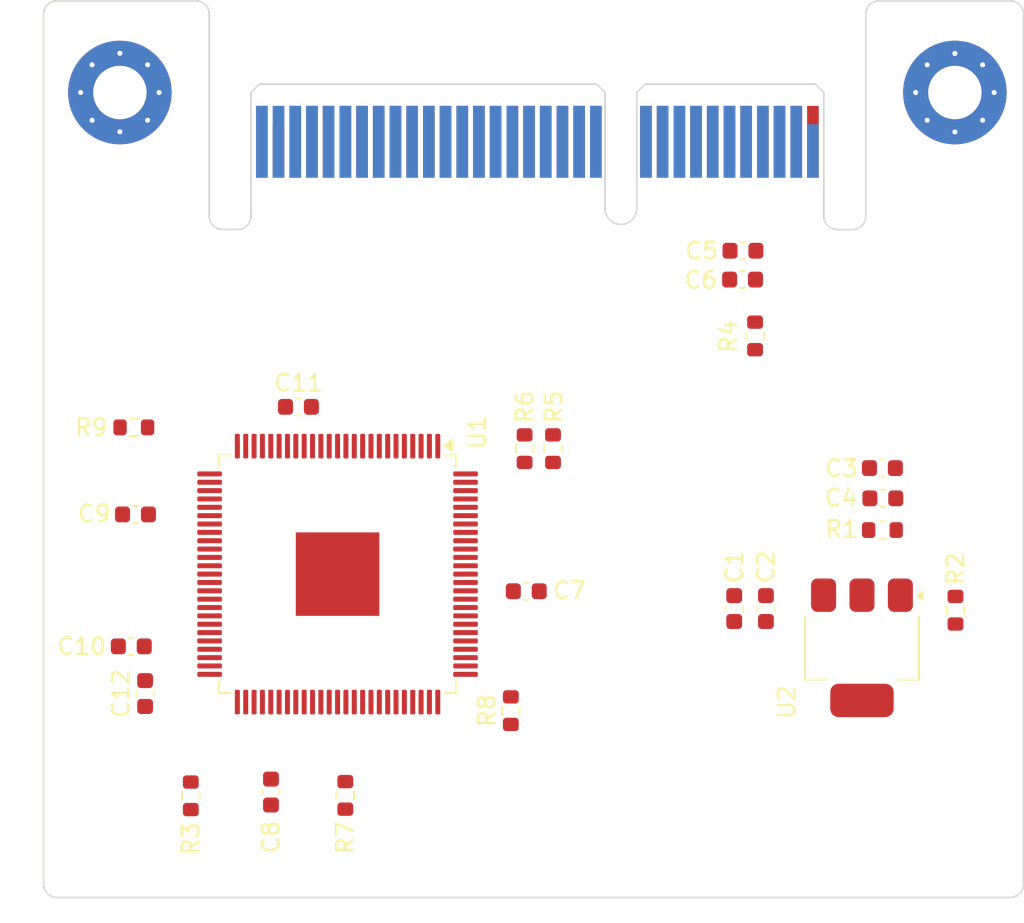
<source format=kicad_pcb>
(kicad_pcb (version 20240108) (generator "pcbnew") (generator_version "8.0")
  (layers (0 "F.Cu" signal) (31 "B.Cu" signal) (34 "B.Paste" user) (35 "F.Paste" user) (36 "B.SilkS" user "B.Silkscreen") (37 "F.SilkS" user "F.Silkscreen") (38 "B.Mask" user) (39 "F.Mask" user) (44 "Edge.Cuts" user))
  (net 0 "")
  (net 1 "+3V3")
  (net 2 "GND")
  (net 3 "+1V5")
  (net 4 "/FILT_HP")
  (net 5 "Net-(U1-VC_AP0)")
  (net 6 "Net-(U1-VC_AP1)")
  (net 8 "/TMS")
  (net 16 "/LED2")
  (net 17 "/HWCFG5")
  (net 18 "/TCK")
  (net 22 "/RX")
  (net 24 "/RST")
  (net 25 "/CLKIN")
  (net 28 "/TDI")
  (net 30 "/LED1")
  (net 35 "/HWCFG4")
  (net 36 "/GPIO3")
  (net 42 "/TX")
  (net 43 "/VCORE")
  (net 45 "/TDO")
  (net 46 "/GPIO4")
  (net 47 "/LED3")
  (net 51 "/TRST")
  (net 52 "Net-(U2-ADJ{slash}GND)")
  (net 53 "/CLKPIN")
  (net 54 "Net-(U1-P20.2{slash}~{TESTMODE})")
  (footprint "tutorial_2_library:CW312_Template" (layer "F.Cu") (at 110.865 64.75)
    (property "Reference" "P1" (hide yes))
    (property "Value" "PCIEx4 EDGE CONNECTOR")
    (fp_line (start -4.57 -4.69) (end -4.57 47.4) (stroke (width 0.1)) (layer "Edge.Cuts"))
    (fp_line (start 4.55 -5.49) (end -3.77 -5.49) (stroke (width 0.1)) (layer "Edge.Cuts"))
    (fp_line (start 5.35 7.4) (end 5.35 -4.69) (stroke (width 0.1)) (layer "Edge.Cuts"))
    (fp_line (start 7.05 8.2) (end 6.15 8.2) (stroke (width 0.1)) (layer "Edge.Cuts"))
    (fp_line (start 7.85 0) (end 8.35 -0.5) (stroke (width 0.1)) (layer "Edge.Cuts"))
    (fp_line (start 7.85 7.4) (end 7.85 0) (stroke (width 0.1)) (layer "Edge.Cuts"))
    (fp_line (start 28.55 -0.5) (end 8.35 -0.5) (stroke (width 0.1)) (layer "Edge.Cuts"))
    (fp_line (start 29.05 0) (end 28.55 -0.5) (stroke (width 0.1)) (layer "Edge.Cuts"))
    (fp_line (start 29.05 6.95) (end 29.05 0) (stroke (width 0.1)) (layer "Edge.Cuts"))
    (fp_line (start 30.95 0) (end 31.45 -0.5) (stroke (width 0.1)) (layer "Edge.Cuts"))
    (fp_line (start 30.95 6.95) (end 30.95 0) (stroke (width 0.1)) (layer "Edge.Cuts"))
    (fp_line (start 41.65 -0.5) (end 31.45 -0.5) (stroke (width 0.1)) (layer "Edge.Cuts"))
    (fp_line (start 42.15 0) (end 41.65 -0.5) (stroke (width 0.1)) (layer "Edge.Cuts"))
    (fp_line (start 42.15 7.41) (end 42.15 0) (stroke (width 0.1)) (layer "Edge.Cuts"))
    (fp_line (start 42.95 8.21) (end 43.86 8.21) (stroke (width 0.1)) (layer "Edge.Cuts"))
    (fp_line (start 44.66 7.41) (end 44.66 -4.69) (stroke (width 0.1)) (layer "Edge.Cuts"))
    (fp_line (start 45.46 -5.49) (end 53.31 -5.49) (stroke (width 0.1)) (layer "Edge.Cuts"))
    (fp_line (start 53.31 48.2) (end -3.77 48.2) (stroke (width 0.1)) (layer "Edge.Cuts"))
    (fp_line (start 54.11 -4.69) (end 54.11 47.4) (stroke (width 0.1)) (layer "Edge.Cuts"))
    (fp_arc (start -4.57 -4.69) (mid -4.335685 -5.255685) (end -3.77 -5.49) (stroke (width 0.1)) (layer "Edge.Cuts"))
    (fp_arc (start -3.77 48.2) (mid -4.335685 47.965685) (end -4.57 47.4) (stroke (width 0.1)) (layer "Edge.Cuts"))
    (fp_arc (start 4.55 -5.49) (mid 5.115685 -5.255685) (end 5.35 -4.69) (stroke (width 0.1)) (layer "Edge.Cuts"))
    (fp_arc (start 6.15 8.2) (mid 5.584315 7.965685) (end 5.35 7.4) (stroke (width 0.1)) (layer "Edge.Cuts"))
    (fp_arc (start 7.85 7.4) (mid 7.615685 7.965685) (end 7.05 8.2) (stroke (width 0.1)) (layer "Edge.Cuts"))
    (fp_arc (start 30.95 6.95) (mid 30 7.9) (end 29.05 6.95) (stroke (width 0.1)) (layer "Edge.Cuts"))
    (fp_arc (start 42.95 8.21) (mid 42.384315 7.975685) (end 42.15 7.41) (stroke (width 0.1)) (layer "Edge.Cuts"))
    (fp_arc (start 44.66 -4.69) (mid 44.894315 -5.255685) (end 45.46 -5.49) (stroke (width 0.1)) (layer "Edge.Cuts"))
    (fp_arc (start 44.66 7.41) (mid 44.425685 7.975685) (end 43.86 8.21) (stroke (width 0.1)) (layer "Edge.Cuts"))
    (fp_arc (start 53.31 -5.49) (mid 53.875685 -5.255685) (end 54.11 -4.69) (stroke (width 0.1)) (layer "Edge.Cuts"))
    (fp_arc (start 54.11 47.4) (mid 53.875685 47.965685) (end 53.31 48.2) (stroke (width 0.1)) (layer "Edge.Cuts"))
    (pad "A1" connect rect (at 41.5 3.5 180) (size 0.7 3.2) (layers "B.Cu" "B.Mask") (net 2 "GND"))
    (pad "A2" connect rect (at 40.5 2.95 180) (size 0.7 4.3) (layers "B.Cu" "B.Mask") (net 2 "GND"))
    (pad "A3" connect rect (at 39.5 2.95 180) (size 0.7 4.3) (layers "B.Cu" "B.Mask") (net 4 "/FILT_HP"))
    (pad "A4" connect rect (at 38.5 2.95 180) (size 0.7 4.3) (layers "B.Cu" "B.Mask"))
    (pad "A5" connect rect (at 37.5 2.95 180) (size 0.7 4.3) (layers "B.Cu" "B.Mask") (net 1 "+3V3"))
    (pad "A6" connect rect (at 36.5 2.95 180) (size 0.7 4.3) (layers "B.Cu" "B.Mask"))
    (pad "A7" connect rect (at 35.5 2.95 180) (size 0.7 4.3) (layers "B.Cu" "B.Mask"))
    (pad "A8" connect rect (at 34.5 2.95 180) (size 0.7 4.3) (layers "B.Cu" "B.Mask") (net 2 "GND"))
    (pad "A9" connect rect (at 33.5 2.95 180) (size 0.7 4.3) (layers "B.Cu" "B.Mask"))
    (pad "A10" connect rect (at 32.5 2.95 180) (size 0.7 4.3) (layers "B.Cu" "B.Mask"))
    (pad "A11" connect rect (at 31.5 2.95 180) (size 0.7 4.3) (layers "B.Cu" "B.Mask"))
    (pad "A12" connect rect (at 28.5 2.95 180) (size 0.7 4.3) (layers "B.Cu" "B.Mask") (net 35 "/HWCFG4"))
    (pad "A13" connect rect (at 27.5 2.95 180) (size 0.7 4.3) (layers "B.Cu" "B.Mask") (net 17 "/HWCFG5"))
    (pad "A14" connect rect (at 26.5 2.95 180) (size 0.7 4.3) (layers "B.Cu" "B.Mask"))
    (pad "A15" connect rect (at 25.5 2.95 180) (size 0.7 4.3) (layers "B.Cu" "B.Mask"))
    (pad "A16" connect rect (at 24.5 2.95 180) (size 0.7 4.3) (layers "B.Cu" "B.Mask"))
    (pad "A17" connect rect (at 23.5 2.95 180) (size 0.7 4.3) (layers "B.Cu" "B.Mask"))
    (pad "A18" connect rect (at 22.5 2.95 180) (size 0.7 4.3) (layers "B.Cu" "B.Mask"))
    (pad "A19" connect rect (at 21.5 2.95 180) (size 0.7 4.3) (layers "B.Cu" "B.Mask"))
    (pad "A20" connect rect (at 20.5 2.95 180) (size 0.7 4.3) (layers "B.Cu" "B.Mask") (net 2 "GND"))
    (pad "A21" connect rect (at 19.5 2.95 180) (size 0.7 4.3) (layers "B.Cu" "B.Mask"))
    (pad "A22" connect rect (at 18.5 2.95 180) (size 0.7 4.3) (layers "B.Cu" "B.Mask"))
    (pad "A23" connect rect (at 17.5 2.95 180) (size 0.7 4.3) (layers "B.Cu" "B.Mask"))
    (pad "A24" connect rect (at 16.5 2.95 180) (size 0.7 4.3) (layers "B.Cu" "B.Mask"))
    (pad "A25" connect rect (at 15.5 2.95 180) (size 0.7 4.3) (layers "B.Cu" "B.Mask"))
    (pad "A26" connect rect (at 14.5 2.95 180) (size 0.7 4.3) (layers "B.Cu" "B.Mask") (net 1 "+3V3"))
    (pad "A27" connect rect (at 13.5 2.95 180) (size 0.7 4.3) (layers "B.Cu" "B.Mask") (net 2 "GND"))
    (pad "A28" connect rect (at 12.5 2.95 180) (size 0.7 4.3) (layers "B.Cu" "B.Mask") (net 2 "GND"))
    (pad "A29" connect rect (at 11.5 2.95 180) (size 0.7 4.3) (layers "B.Cu" "B.Mask"))
    (pad "A30" connect rect (at 10.5 2.95 180) (size 0.7 4.3) (layers "B.Cu" "B.Mask"))
    (pad "A31" connect rect (at 9.5 2.95 180) (size 0.7 4.3) (layers "B.Cu" "B.Mask") (net 24 "/RST"))
    (pad "A32" connect rect (at 8.5 2.95 180) (size 0.7 4.3) (layers "B.Cu" "B.Mask") (net 51 "/TRST"))
    (pad "B1" connect rect (at 41.5 2.95 180) (size 0.7 4.3) (layers "F.Cu" "F.Mask") (net 43 "/VCORE"))
    (pad "B2" connect rect (at 40.5 2.95 180) (size 0.7 4.3) (layers "F.Cu" "F.Mask") (net 4 "/FILT_HP"))
    (pad "B3" connect rect (at 39.5 2.95 180) (size 0.7 4.3) (layers "F.Cu" "F.Mask") (net 2 "GND"))
    (pad "B4" connect rect (at 38.5 2.95 180) (size 0.7 4.3) (layers "F.Cu" "F.Mask") (net 4 "/FILT_HP"))
    (pad "B5" connect rect (at 37.5 2.95 180) (size 0.7 4.3) (layers "F.Cu" "F.Mask") (net 3 "+1V5"))
    (pad "B6" connect rect (at 36.5 2.95 180) (size 0.7 4.3) (layers "F.Cu" "F.Mask"))
    (pad "B7" connect rect (at 35.5 2.95 180) (size 0.7 4.3) (layers "F.Cu" "F.Mask"))
    (pad "B8" connect rect (at 34.5 2.95 180) (size 0.7 4.3) (layers "F.Cu" "F.Mask"))
    (pad "B9" connect rect (at 33.5 2.95 180) (size 0.7 4.3) (layers "F.Cu" "F.Mask") (net 2 "GND"))
    (pad "B10" connect rect (at 32.5 2.95 180) (size 0.7 4.3) (layers "F.Cu" "F.Mask") (net 1 "+3V3"))
    (pad "B11" connect rect (at 31.5 2.95 180) (size 0.7 4.3) (layers "F.Cu" "F.Mask") (net 30 "/LED1"))
    (pad "B12" connect rect (at 28.5 2.95 180) (size 0.7 4.3) (layers "F.Cu" "F.Mask") (net 16 "/LED2"))
    (pad "B13" connect rect (at 27.5 2.95 180) (size 0.7 4.3) (layers "F.Cu" "F.Mask") (net 47 "/LED3"))
    (pad "B14" connect rect (at 26.5 2.95 180) (size 0.7 4.3) (layers "F.Cu" "F.Mask") (net 24 "/RST"))
    (pad "B15" connect rect (at 25.5 2.95 180) (size 0.7 4.3) (layers "F.Cu" "F.Mask") (net 2 "GND"))
    (pad "B16" connect rect (at 24.5 2.95 180) (size 0.7 4.3) (layers "F.Cu" "F.Mask") (net 42 "/TX"))
    (pad "B17" connect rect (at 23.5 2.95 180) (size 0.7 4.3) (layers "F.Cu" "F.Mask") (net 22 "/RX"))
    (pad "B18" connect rect (at 22.5 2.95 180) (size 0.7 4.3) (layers "F.Cu" "F.Mask") (net 36 "/GPIO3"))
    (pad "B19" connect rect (at 21.5 2.95 180) (size 0.7 4.3) (layers "F.Cu" "F.Mask") (net 46 "/GPIO4"))
    (pad "B20" connect rect (at 20.5 2.95 180) (size 0.7 4.3) (layers "F.Cu" "F.Mask"))
    (pad "B21" connect rect (at 19.5 2.95 180) (size 0.7 4.3) (layers "F.Cu" "F.Mask") (net 2 "GND"))
    (pad "B22" connect rect (at 18.5 2.95 180) (size 0.7 4.3) (layers "F.Cu" "F.Mask") (net 2 "GND"))
    (pad "B23" connect rect (at 17.5 2.95 180) (size 0.7 4.3) (layers "F.Cu" "F.Mask"))
    (pad "B24" connect rect (at 16.5 2.95 180) (size 0.7 4.3) (layers "F.Cu" "F.Mask"))
    (pad "B25" connect rect (at 15.5 2.95 180) (size 0.7 4.3) (layers "F.Cu" "F.Mask"))
    (pad "B26" connect rect (at 14.5 2.95 180) (size 0.7 4.3) (layers "F.Cu" "F.Mask"))
    (pad "B27" connect rect (at 13.5 2.95 180) (size 0.7 4.3) (layers "F.Cu" "F.Mask"))
    (pad "B28" connect rect (at 12.5 2.95 180) (size 0.7 4.3) (layers "F.Cu" "F.Mask") (net 25 "/CLKIN"))
    (pad "B29" connect rect (at 11.5 2.95 180) (size 0.7 4.3) (layers "F.Cu" "F.Mask") (net 28 "/TDI"))
    (pad "B30" connect rect (at 10.5 2.95 180) (size 0.7 4.3) (layers "F.Cu" "F.Mask") (net 45 "/TDO"))
    (pad "B31" connect rect (at 9.5 3.5 180) (size 0.7 3.2) (layers "F.Cu" "F.Mask") (net 8 "/TMS"))
    (pad "B32" connect rect (at 8.5 2.95 180) (size 0.7 4.3) (layers "F.Cu" "F.Mask") (net 18 "/TCK"))
    (pad "MH" thru_hole circle (at -2.35 0) (size 1 1) (drill 0.3) (layers "*.Cu" "*.Mask"))
    (pad "MH" thru_hole circle (at -1.66 -1.66) (size 1 1) (drill 0.3) (layers "*.Cu" "*.Mask"))
    (pad "MH" thru_hole circle (at -1.66 1.66) (size 1 1) (drill 0.3) (layers "*.Cu" "*.Mask"))
    (pad "MH" thru_hole circle (at 0 -2.35) (size 1 1) (drill 0.3) (layers "*.Cu" "*.Mask"))
    (pad "MH" thru_hole circle (at 0 0) (size 6.2 6.2) (drill 3.2) (layers "*.Cu" "*.Mask"))
    (pad "MH" thru_hole circle (at 0 2.35) (size 1 1) (drill 0.3) (layers "*.Cu" "*.Mask"))
    (pad "MH" thru_hole circle (at 1.66 -1.66) (size 1 1) (drill 0.3) (layers "*.Cu" "*.Mask"))
    (pad "MH" thru_hole circle (at 1.66 1.66) (size 1 1) (drill 0.3) (layers "*.Cu" "*.Mask"))
    (pad "MH" thru_hole circle (at 2.35 0) (size 1 1) (drill 0.3) (layers "*.Cu" "*.Mask"))
    (pad "MH" thru_hole circle (at 47.65 0) (size 1 1) (drill 0.3) (layers "*.Cu" "*.Mask"))
    (pad "MH" thru_hole circle (at 48.34 -1.66) (size 1 1) (drill 0.3) (layers "*.Cu" "*.Mask"))
    (pad "MH" thru_hole circle (at 48.34 1.66) (size 1 1) (drill 0.3) (layers "*.Cu" "*.Mask"))
    (pad "MH" thru_hole circle (at 50 -2.34) (size 1 1) (drill 0.3) (layers "*.Cu" "*.Mask"))
    (pad "MH" thru_hole circle (at 50 0) (size 6.2 6.2) (drill 3.2) (layers "*.Cu" "*.Mask"))
    (pad "MH" thru_hole circle (at 50 2.36) (size 1 1) (drill 0.3) (layers "*.Cu" "*.Mask"))
    (pad "MH" thru_hole circle (at 51.66 -1.66) (size 1 1) (drill 0.3) (layers "*.Cu" "*.Mask"))
    (pad "MH" thru_hole circle (at 51.66 1.66) (size 1 1) (drill 0.3) (layers "*.Cu" "*.Mask"))
    (pad "MH" thru_hole circle (at 52.35 0) (size 1 1) (drill 0.3) (layers "*.Cu" "*.Mask"))
  )
  (footprint "Resistor_SMD:R_0603_1608Metric" (layer "F.Cu") (at 135.1 86.075002 -90)
    (property "Reference" "R6" (at -2.5 -0.01 90) (layer "F.SilkS"))
    (property "Value" "RES_10k_0603")
    (fp_line (start -0.237258 0.5225) (end 0.237258 0.5225) (stroke (width 0.12)) (layer "F.SilkS"))
    (fp_line (start -0.237258 -0.5225) (end 0.237258 -0.5225) (stroke (width 0.12)) (layer "F.SilkS"))
    (pad "1" smd roundrect (at -0.825 0 270) (size 0.8 0.95) (layers "F.Cu" "F.Paste" "F.Mask") (net 2 "GND"))
    (pad "2" smd roundrect (at 0.825 0 270) (size 0.8 0.95) (layers "F.Cu" "F.Paste" "F.Mask") (net 17 "/HWCFG5"))
  )
  (footprint "Capacitor_SMD:C_0603_1608Metric" (layer "F.Cu") (at 148.175 74.224998)
    (property "Reference" "C5" (at -2.475 0 360) (layer "F.SilkS"))
    (property "Value" "CAP_2u2_10V_0603")
    (fp_line (start -0.140581 -0.51) (end 0.140581 -0.51) (stroke (width 0.12)) (layer "F.SilkS"))
    (fp_line (start -0.140581 0.51) (end 0.140581 0.51) (stroke (width 0.12)) (layer "F.SilkS"))
    (pad "1" smd roundrect (at -0.775 0) (size 0.9 0.95) (layers "F.Cu" "F.Paste" "F.Mask") (net 2 "GND"))
    (pad "2" smd roundrect (at 0.775 0) (size 0.9 0.95) (layers "F.Cu" "F.Paste" "F.Mask") (net 4 "/FILT_HP"))
  )
  (footprint "Capacitor_SMD:C_0603_1608Metric" (layer "F.Cu") (at 112.374999 100.7375 -90)
    (property "Reference" "C12" (at 0 1.45 90) (layer "F.SilkS"))
    (property "Value" "CAP_2u2_10V_0603")
    (fp_line (start -0.140581 0.51) (end 0.140581 0.51) (stroke (width 0.12)) (layer "F.SilkS"))
    (fp_line (start -0.140581 -0.51) (end 0.140581 -0.51) (stroke (width 0.12)) (layer "F.SilkS"))
    (pad "1" smd roundrect (at -0.775 0 270) (size 0.9 0.95) (layers "F.Cu" "F.Paste" "F.Mask") (net 5 "Net-(U1-VC_AP0)"))
    (pad "2" smd roundrect (at 0.775 0 270) (size 0.9 0.95) (layers "F.Cu" "F.Paste" "F.Mask") (net 6 "Net-(U1-VC_AP1)"))
  )
  (footprint "Resistor_SMD:R_0603_1608Metric" (layer "F.Cu") (at 134.275 101.762501 90)
    (property "Reference" "R8" (at 0 -1.43 90) (layer "F.SilkS"))
    (property "Value" "RES_10k_0603")
    (fp_line (start -0.237258 -0.5225) (end 0.237258 -0.5225) (stroke (width 0.12)) (layer "F.SilkS"))
    (fp_line (start -0.237258 0.5225) (end 0.237258 0.5225) (stroke (width 0.12)) (layer "F.SilkS"))
    (pad "1" smd roundrect (at -0.825 0 90) (size 0.8 0.95) (layers "F.Cu" "F.Paste" "F.Mask") (net 24 "/RST"))
    (pad "2" smd roundrect (at 0.825 0 90) (size 0.8 0.95) (layers "F.Cu" "F.Paste" "F.Mask") (net 1 "+3V3"))
  )
  (footprint "Capacitor_SMD:C_0603_1608Metric" (layer "F.Cu") (at 111.549999 97.912499)
    (property "Reference" "C10" (at -2.975 0 360) (layer "F.SilkS"))
    (property "Value" "CAP_100n_50V_0603")
    (fp_line (start -0.140581 -0.51) (end 0.140581 -0.51) (stroke (width 0.12)) (layer "F.SilkS"))
    (fp_line (start -0.140581 0.51) (end 0.140581 0.51) (stroke (width 0.12)) (layer "F.SilkS"))
    (pad "1" smd roundrect (at -0.775 0) (size 0.9 0.95) (layers "F.Cu" "F.Paste" "F.Mask") (net 2 "GND"))
    (pad "2" smd roundrect (at 0.775 0) (size 0.9 0.95) (layers "F.Cu" "F.Paste" "F.Mask") (net 1 "+3V3"))
  )
  (footprint "Resistor_SMD:R_0603_1608Metric" (layer "F.Cu") (at 136.8 86.075 -90)
    (property "Reference" "R5" (at -2.5 -0.05 90) (layer "F.SilkS"))
    (property "Value" "RES_10k_0603")
    (fp_line (start -0.237258 0.5225) (end 0.237258 0.5225) (stroke (width 0.12)) (layer "F.SilkS"))
    (fp_line (start -0.237258 -0.5225) (end 0.237258 -0.5225) (stroke (width 0.12)) (layer "F.SilkS"))
    (pad "1" smd roundrect (at -0.825 0 270) (size 0.8 0.95) (layers "F.Cu" "F.Paste" "F.Mask") (net 1 "+3V3"))
    (pad "2" smd roundrect (at 0.825 0 270) (size 0.8 0.95) (layers "F.Cu" "F.Paste" "F.Mask") (net 35 "/HWCFG4"))
  )
  (footprint "Package_TO_SOT_SMD:SOT-223" (layer "F.Cu") (at 155.3 98.000001 -90)
    (property "Reference" "U2" (at 3.249999 4.5 90) (layer "F.SilkS"))
    (property "Value" "LD1117SC-R")
    (fp_line (start -1.85 3.410001) (end 1.91 3.41) (stroke (width 0.12)) (layer "F.SilkS"))
    (fp_line (start 1.91 3.41) (end 1.91 2.150001) (stroke (width 0.12)) (layer "F.SilkS"))
    (fp_line (start 1.91 -3.41) (end 1.91 -2.150001) (stroke (width 0.12)) (layer "F.SilkS"))
    (fp_line (start -1.85 -3.410001) (end 1.91 -3.41) (stroke (width 0.12)) (layer "F.SilkS"))
    (fp_poly (pts (xy -3.13 -3.31) (xy -3.37 -3.64) (xy -2.89 -3.64) (xy -3.13 -3.31)) (stroke (width 0.12)) (fill solid) (layer "F.SilkS"))
    (pad "1" smd roundrect (at -3.15 -2.3 270) (size 2 1.5) (layers "F.Cu" "F.Paste" "F.Mask") (net 52 "Net-(U2-ADJ{slash}GND)"))
    (pad "2" smd roundrect (at -3.149999 0 270) (size 2 1.5) (layers "F.Cu" "F.Paste" "F.Mask") (net 3 "+1V5"))
    (pad "3" smd roundrect (at -3.15 2.3 270) (size 2 1.5) (layers "F.Cu" "F.Paste" "F.Mask") (net 1 "+3V3"))
    (pad "4" smd roundrect (at 3.149999 0 270) (size 2 3.8) (layers "F.Cu" "F.Paste" "F.Mask") (net 3 "+1V5"))
  )
  (footprint "Resistor_SMD:R_0603_1608Metric" (layer "F.Cu") (at 115.112498 106.8625 -90)
    (property "Reference" "R3" (at 2.575 0 90) (layer "F.SilkS"))
    (property "Value" "RES_22R_0603")
    (fp_line (start -0.237258 0.5225) (end 0.237258 0.5225) (stroke (width 0.12)) (layer "F.SilkS"))
    (fp_line (start -0.237258 -0.5225) (end 0.237258 -0.5225) (stroke (width 0.12)) (layer "F.SilkS"))
    (pad "1" smd roundrect (at -0.825 0 270) (size 0.8 0.95) (layers "F.Cu" "F.Paste" "F.Mask") (net 53 "/CLKPIN"))
    (pad "2" smd roundrect (at 0.825 0 270) (size 0.8 0.95) (layers "F.Cu" "F.Paste" "F.Mask") (net 25 "/CLKIN"))
  )
  (footprint "Package_QFP:TQFP-100-1EP_14x14mm_P0.5mm_EP5x5mm" (layer "F.Cu") (at 123.9 93.5875 -90)
    (property "Reference" "U1" (at -8.475 -8.375 90) (layer "F.SilkS"))
    (property "Value" "TC233LP32F200NACKXUMA1")
    (fp_line (start -7.11 7.11) (end -7.11 6.41) (stroke (width 0.12)) (layer "F.SilkS"))
    (fp_line (start -6.41 7.11) (end -7.11 7.11) (stroke (width 0.12)) (layer "F.SilkS"))
    (fp_line (start 6.41 7.11) (end 7.11 7.11) (stroke (width 0.12)) (layer "F.SilkS"))
    (fp_line (start 7.11 7.11) (end 7.11 6.41) (stroke (width 0.12)) (layer "F.SilkS"))
    (fp_line (start -7.11 -7.11) (end -7.11 -6.41) (stroke (width 0.12)) (layer "F.SilkS"))
    (fp_line (start -6.41 -7.11) (end -7.11 -7.11) (stroke (width 0.12)) (layer "F.SilkS"))
    (fp_line (start 6.41 -7.11) (end 7.11 -7.11) (stroke (width 0.12)) (layer "F.SilkS"))
    (fp_line (start 7.11 -7.11) (end 7.11 -6.41) (stroke (width 0.12)) (layer "F.SilkS"))
    (fp_poly (pts (xy -7.7 -6.41) (xy -8.04 -6.88) (xy -7.36 -6.88) (xy -7.7 -6.41)) (stroke (width 0.12)) (fill solid) (layer "F.SilkS"))
    (pad "1" smd roundrect (at -7.6625 -6 270) (size 1.475 0.3) (layers "F.Cu" "F.Paste" "F.Mask"))
    (pad "2" smd roundrect (at -7.6625 -5.5 270) (size 1.475 0.3) (layers "F.Cu" "F.Paste" "F.Mask"))
    (pad "3" smd roundrect (at -7.6625 -5 270) (size 1.475 0.3) (layers "F.Cu" "F.Paste" "F.Mask"))
    (pad "4" smd roundrect (at -7.6625 -4.5 270) (size 1.475 0.3) (layers "F.Cu" "F.Paste" "F.Mask"))
    (pad "5" smd roundrect (at -7.6625 -4 270) (size 1.475 0.3) (layers "F.Cu" "F.Paste" "F.Mask"))
    (pad "6" smd roundrect (at -7.6625 -3.5 270) (size 1.475 0.3) (layers "F.Cu" "F.Paste" "F.Mask"))
    (pad "7" smd roundrect (at -7.6625 -3 270) (size 1.475 0.3) (layers "F.Cu" "F.Paste" "F.Mask"))
    (pad "8" smd roundrect (at -7.6625 -2.5 270) (size 1.475 0.3) (layers "F.Cu" "F.Paste" "F.Mask"))
    (pad "9" smd roundrect (at -7.6625 -2 270) (size 1.475 0.3) (layers "F.Cu" "F.Paste" "F.Mask"))
    (pad "10" smd roundrect (at -7.6625 -1.5 270) (size 1.475 0.3) (layers "F.Cu" "F.Paste" "F.Mask"))
    (pad "11" smd roundrect (at -7.6625 -1 270) (size 1.475 0.3) (layers "F.Cu" "F.Paste" "F.Mask") (net 43 "/VCORE"))
    (pad "12" smd roundrect (at -7.6625 -0.5 270) (size 1.475 0.3) (layers "F.Cu" "F.Paste" "F.Mask") (net 1 "+3V3"))
    (pad "13" smd roundrect (at -7.6625 0 270) (size 1.475 0.3) (layers "F.Cu" "F.Paste" "F.Mask"))
    (pad "14" smd roundrect (at -7.6625 0.5 270) (size 1.475 0.3) (layers "F.Cu" "F.Paste" "F.Mask"))
    (pad "15" smd roundrect (at -7.6625 1 270) (size 1.475 0.3) (layers "F.Cu" "F.Paste" "F.Mask"))
    (pad "16" smd roundrect (at -7.6625 1.5 270) (size 1.475 0.3) (layers "F.Cu" "F.Paste" "F.Mask"))
    (pad "17" smd roundrect (at -7.6625 2 270) (size 1.475 0.3) (layers "F.Cu" "F.Paste" "F.Mask"))
    (pad "18" smd roundrect (at -7.6625 2.5 270) (size 1.475 0.3) (layers "F.Cu" "F.Paste" "F.Mask"))
    (pad "19" smd roundrect (at -7.6625 3 270) (size 1.475 0.3) (layers "F.Cu" "F.Paste" "F.Mask"))
    (pad "20" smd roundrect (at -7.6625 3.5 270) (size 1.475 0.3) (layers "F.Cu" "F.Paste" "F.Mask"))
    (pad "21" smd roundrect (at -7.6625 4 270) (size 1.475 0.3) (layers "F.Cu" "F.Paste" "F.Mask"))
    (pad "22" smd roundrect (at -7.6625 4.5 270) (size 1.475 0.3) (layers "F.Cu" "F.Paste" "F.Mask"))
    (pad "23" smd roundrect (at -7.6625 5 270) (size 1.475 0.3) (layers "F.Cu" "F.Paste" "F.Mask"))
    (pad "24" smd roundrect (at -7.6625 5.5 270) (size 1.475 0.3) (layers "F.Cu" "F.Paste" "F.Mask"))
    (pad "25" smd roundrect (at -7.6625 6 270) (size 1.475 0.3) (layers "F.Cu" "F.Paste" "F.Mask"))
    (pad "26" smd roundrect (at -6 7.6625 270) (size 0.3 1.475) (layers "F.Cu" "F.Paste" "F.Mask"))
    (pad "27" smd roundrect (at -5.5 7.6625 270) (size 0.3 1.475) (layers "F.Cu" "F.Paste" "F.Mask"))
    (pad "28" smd roundrect (at -5 7.6625 270) (size 0.3 1.475) (layers "F.Cu" "F.Paste" "F.Mask"))
    (pad "29" smd roundrect (at -4.5 7.6625 270) (size 0.3 1.475) (layers "F.Cu" "F.Paste" "F.Mask"))
    (pad "30" smd roundrect (at -4 7.6625 270) (size 0.3 1.475) (layers "F.Cu" "F.Paste" "F.Mask") (net 2 "GND"))
    (pad "31" smd roundrect (at -3.5 7.6625 270) (size 0.3 1.475) (layers "F.Cu" "F.Paste" "F.Mask") (net 1 "+3V3"))
    (pad "32" smd roundrect (at -3 7.6625 270) (size 0.3 1.475) (layers "F.Cu" "F.Paste" "F.Mask") (net 2 "GND"))
    (pad "33" smd roundrect (at -2.5 7.6625 270) (size 0.3 1.475) (layers "F.Cu" "F.Paste" "F.Mask") (net 1 "+3V3"))
    (pad "34" smd roundrect (at -2 7.6625 270) (size 0.3 1.475) (layers "F.Cu" "F.Paste" "F.Mask"))
    (pad "35" smd roundrect (at -1.5 7.6625 270) (size 0.3 1.475) (layers "F.Cu" "F.Paste" "F.Mask"))
    (pad "36" smd roundrect (at -1 7.6625 270) (size 0.3 1.475) (layers "F.Cu" "F.Paste" "F.Mask"))
    (pad "37" smd roundrect (at -0.5 7.6625 270) (size 0.3 1.475) (layers "F.Cu" "F.Paste" "F.Mask"))
    (pad "38" smd roundrect (at 0 7.6625 270) (size 0.3 1.475) (layers "F.Cu" "F.Paste" "F.Mask"))
    (pad "39" smd roundrect (at 0.5 7.6625 270) (size 0.3 1.475) (layers "F.Cu" "F.Paste" "F.Mask"))
    (pad "40" smd roundrect (at 1 7.6625 270) (size 0.3 1.475) (layers "F.Cu" "F.Paste" "F.Mask"))
    (pad "41" smd roundrect (at 1.5 7.6625 270) (size 0.3 1.475) (layers "F.Cu" "F.Paste" "F.Mask"))
    (pad "42" smd roundrect (at 2 7.6625 270) (size 0.3 1.475) (layers "F.Cu" "F.Paste" "F.Mask"))
    (pad "43" smd roundrect (at 2.5 7.6625 270) (size 0.3 1.475) (layers "F.Cu" "F.Paste" "F.Mask"))
    (pad "44" smd roundrect (at 3 7.6625 270) (size 0.3 1.475) (layers "F.Cu" "F.Paste" "F.Mask"))
    (pad "45" smd roundrect (at 3.5 7.6625 270) (size 0.3 1.475) (layers "F.Cu" "F.Paste" "F.Mask"))
    (pad "46" smd roundrect (at 4 7.6625 270) (size 0.3 1.475) (layers "F.Cu" "F.Paste" "F.Mask"))
    (pad "47" smd roundrect (at 4.5 7.6625 270) (size 0.3 1.475) (layers "F.Cu" "F.Paste" "F.Mask") (net 1 "+3V3"))
    (pad "48" smd roundrect (at 5 7.6625 270) (size 0.3 1.475) (layers "F.Cu" "F.Paste" "F.Mask") (net 43 "/VCORE"))
    (pad "49" smd roundrect (at 5.5 7.6625 270) (size 0.3 1.475) (layers "F.Cu" "F.Paste" "F.Mask") (net 5 "Net-(U1-VC_AP0)"))
    (pad "50" smd roundrect (at 6 7.6625 270) (size 0.3 1.475) (layers "F.Cu" "F.Paste" "F.Mask") (net 6 "Net-(U1-VC_AP1)"))
    (pad "51" smd roundrect (at 7.6625 6 270) (size 1.475 0.3) (layers "F.Cu" "F.Paste" "F.Mask"))
    (pad "52" smd roundrect (at 7.6625 5.5 270) (size 1.475 0.3) (layers "F.Cu" "F.Paste" "F.Mask") (net 43 "/VCORE"))
    (pad "53" smd roundrect (at 7.6625 5 270) (size 1.475 0.3) (layers "F.Cu" "F.Paste" "F.Mask") (net 53 "/CLKPIN"))
    (pad "54" smd roundrect (at 7.6625 4.5 270) (size 1.475 0.3) (layers "F.Cu" "F.Paste" "F.Mask"))
    (pad "55" smd roundrect (at 7.6625 4 270) (size 1.475 0.3) (layers "F.Cu" "F.Paste" "F.Mask") (net 1 "+3V3"))
    (pad "56" smd roundrect (at 7.6625 3.5 270) (size 1.475 0.3) (layers "F.Cu" "F.Paste" "F.Mask"))
    (pad "57" smd roundrect (at 7.6625 3 270) (size 1.475 0.3) (layers "F.Cu" "F.Paste" "F.Mask"))
    (pad "58" smd roundrect (at 7.6625 2.5 270) (size 1.475 0.3) (layers "F.Cu" "F.Paste" "F.Mask"))
    (pad "59" smd roundrect (at 7.6625 2 270) (size 1.475 0.3) (layers "F.Cu" "F.Paste" "F.Mask") (net 28 "/TDI"))
    (pad "60" smd roundrect (at 7.6625 1.5 270) (size 1.475 0.3) (layers "F.Cu" "F.Paste" "F.Mask") (net 8 "/TMS"))
    (pad "61" smd roundrect (at 7.6625 1 270) (size 1.475 0.3) (layers "F.Cu" "F.Paste" "F.Mask") (net 45 "/TDO"))
    (pad "62" smd roundrect (at 7.6625 0.5 270) (size 1.475 0.3) (layers "F.Cu" "F.Paste" "F.Mask") (net 51 "/TRST"))
    (pad "63" smd roundrect (at 7.6625 0 270) (size 1.475 0.3) (layers "F.Cu" "F.Paste" "F.Mask") (net 18 "/TCK"))
    (pad "64" smd roundrect (at 7.6625 -0.5 270) (size 1.475 0.3) (layers "F.Cu" "F.Paste" "F.Mask") (net 54 "Net-(U1-P20.2{slash}~{TESTMODE})"))
    (pad "65" smd roundrect (at 7.6625 -1 270) (size 1.475 0.3) (layers "F.Cu" "F.Paste" "F.Mask"))
    (pad "66" smd roundrect (at 7.6625 -1.5 270) (size 1.475 0.3) (layers "F.Cu" "F.Paste" "F.Mask") (net 24 "/RST"))
    (pad "67" smd roundrect (at 7.6625 -2 270) (size 1.475 0.3) (layers "F.Cu" "F.Paste" "F.Mask"))
    (pad "68" smd roundrect (at 7.6625 -2.5 270) (size 1.475 0.3) (layers "F.Cu" "F.Paste" "F.Mask") (net 43 "/VCORE"))
    (pad "69" smd roundrect (at 7.6625 -3 270) (size 1.475 0.3) (layers "F.Cu" "F.Paste" "F.Mask"))
    (pad "70" smd roundrect (at 7.6625 -3.5 270) (size 1.475 0.3) (layers "F.Cu" "F.Paste" "F.Mask"))
    (pad "71" smd roundrect (at 7.6625 -4 270) (size 1.475 0.3) (layers "F.Cu" "F.Paste" "F.Mask"))
    (pad "72" smd roundrect (at 7.6625 -4.5 270) (size 1.475 0.3) (layers "F.Cu" "F.Paste" "F.Mask"))
    (pad "73" smd roundrect (at 7.6625 -5 270) (size 1.475 0.3) (layers "F.Cu" "F.Paste" "F.Mask"))
    (pad "74" smd roundrect (at 7.6625 -5.5 270) (size 1.475 0.3) (layers "F.Cu" "F.Paste" "F.Mask"))
    (pad "75" smd roundrect (at 7.6625 -6 270) (size 1.475 0.3) (layers "F.Cu" "F.Paste" "F.Mask"))
    (pad "76" smd roundrect (at 6 -7.6625 270) (size 0.3 1.475) (layers "F.Cu" "F.Paste" "F.Mask"))
    (pad "77" smd roundrect (at 5.5 -7.6625 270) (size 0.3 1.475) (layers "F.Cu" "F.Paste" "F.Mask"))
    (pad "78" smd roundrect (at 5 -7.6625 270) (size 0.3 1.475) (layers "F.Cu" "F.Paste" "F.Mask") (net 42 "/TX"))
    (pad "79" smd roundrect (at 4.5 -7.6625 270) (size 0.3 1.475) (layers "F.Cu" "F.Paste" "F.Mask") (net 22 "/RX"))
    (pad "80" smd roundrect (at 4 -7.6625 270) (size 0.3 1.475) (layers "F.Cu" "F.Paste" "F.Mask"))
    (pad "81" smd roundrect (at 3.5 -7.6625 270) (size 0.3 1.475) (layers "F.Cu" "F.Paste" "F.Mask"))
    (pad "82" smd roundrect (at 3 -7.6625 270) (size 0.3 1.475) (layers "F.Cu" "F.Paste" "F.Mask"))
    (pad "83" smd roundrect (at 2.5 -7.6625 270) (size 0.3 1.475) (layers "F.Cu" "F.Paste" "F.Mask") (net 36 "/GPIO3"))
    (pad "84" smd roundrect (at 2 -7.6625 270) (size 0.3 1.475) (layers "F.Cu" "F.Paste" "F.Mask") (net 46 "/GPIO4"))
    (pad "85" smd roundrect (at 1.5 -7.6625 270) (size 0.3 1.475) (layers "F.Cu" "F.Paste" "F.Mask"))
    (pad "86" smd roundrect (at 1 -7.6625 270) (size 0.3 1.475) (layers "F.Cu" "F.Paste" "F.Mask") (net 1 "+3V3"))
    (pad "87" smd roundrect (at 0.5 -7.6625 270) (size 0.3 1.475) (layers "F.Cu" "F.Paste" "F.Mask"))
    (pad "88" smd roundrect (at 0 -7.6625 270) (size 0.3 1.475) (layers "F.Cu" "F.Paste" "F.Mask"))
    (pad "89" smd roundrect (at -0.5 -7.6625 270) (size 0.3 1.475) (layers "F.Cu" "F.Paste" "F.Mask"))
    (pad "90" smd roundrect (at -1 -7.6625 270) (size 0.3 1.475) (layers "F.Cu" "F.Paste" "F.Mask"))
    (pad "91" smd roundrect (at -1.5 -7.6625 270) (size 0.3 1.475) (layers "F.Cu" "F.Paste" "F.Mask"))
    (pad "92" smd roundrect (at -2 -7.6625 270) (size 0.3 1.475) (layers "F.Cu" "F.Paste" "F.Mask") (net 47 "/LED3"))
    (pad "93" smd roundrect (at -2.5 -7.6625 270) (size 0.3 1.475) (layers "F.Cu" "F.Paste" "F.Mask"))
    (pad "94" smd roundrect (at -3 -7.6625 270) (size 0.3 1.475) (layers "F.Cu" "F.Paste" "F.Mask") (net 16 "/LED2"))
    (pad "95" smd roundrect (at -3.5 -7.6625 270) (size 0.3 1.475) (layers "F.Cu" "F.Paste" "F.Mask"))
    (pad "96" smd roundrect (at -4 -7.6625 270) (size 0.3 1.475) (layers "F.Cu" "F.Paste" "F.Mask") (net 30 "/LED1"))
    (pad "97" smd roundrect (at -4.5 -7.6625 270) (size 0.3 1.475) (layers "F.Cu" "F.Paste" "F.Mask"))
    (pad "98" smd roundrect (at -5 -7.6625 270) (size 0.3 1.475) (layers "F.Cu" "F.Paste" "F.Mask"))
    (pad "99" smd roundrect (at -5.5 -7.6625 270) (size 0.3 1.475) (layers "F.Cu" "F.Paste" "F.Mask") (net 35 "/HWCFG4"))
    (pad "100" smd roundrect (at -6 -7.6625 270) (size 0.3 1.475) (layers "F.Cu" "F.Paste" "F.Mask") (net 17 "/HWCFG5"))
    (pad "101" smd rect (at 0 0 270) (size 5 5) (property pad_prop_heatsink) (layers "F.Cu" "F.Mask") (net 2 "GND"))
  )
  (footprint "Capacitor_SMD:C_0603_1608Metric" (layer "F.Cu") (at 156.55 89.05 180)
    (property "Reference" "C4" (at 2.5 0.03 360) (layer "F.SilkS"))
    (property "Value" "CAP_2u2_10V_0603")
    (fp_line (start -0.140581 0.51) (end 0.140581 0.51) (stroke (width 0.12)) (layer "F.SilkS"))
    (fp_line (start -0.140581 -0.51) (end 0.140581 -0.51) (stroke (width 0.12)) (layer "F.SilkS"))
    (pad "1" smd roundrect (at -0.775 0 180) (size 0.9 0.95) (layers "F.Cu" "F.Paste" "F.Mask") (net 2 "GND"))
    (pad "2" smd roundrect (at 0.775 0 180) (size 0.9 0.95) (layers "F.Cu" "F.Paste" "F.Mask") (net 3 "+1V5"))
  )
  (footprint "Resistor_SMD:R_0603_1608Metric" (layer "F.Cu") (at 156.525 90.95 180)
    (property "Reference" "R1" (at 2.44 0.06 360) (layer "F.SilkS"))
    (property "Value" "RES_680R_0603")
    (fp_line (start -0.237258 0.5225) (end 0.237258 0.5225) (stroke (width 0.12)) (layer "F.SilkS"))
    (fp_line (start -0.237258 -0.5225) (end 0.237258 -0.5225) (stroke (width 0.12)) (layer "F.SilkS"))
    (pad "1" smd roundrect (at -0.825 0 180) (size 0.8 0.95) (layers "F.Cu" "F.Paste" "F.Mask") (net 52 "Net-(U2-ADJ{slash}GND)"))
    (pad "2" smd roundrect (at 0.825 0 180) (size 0.8 0.95) (layers "F.Cu" "F.Paste" "F.Mask") (net 3 "+1V5"))
  )
  (footprint "Capacitor_SMD:C_0603_1608Metric" (layer "F.Cu") (at 135.200001 94.612501 180)
    (property "Reference" "C7" (at -2.575 0.05 360) (layer "F.SilkS"))
    (property "Value" "CAP_100n_50V_0603")
    (fp_line (start -0.140581 0.51) (end 0.140581 0.51) (stroke (width 0.12)) (layer "F.SilkS"))
    (fp_line (start -0.140581 -0.51) (end 0.140581 -0.51) (stroke (width 0.12)) (layer "F.SilkS"))
    (pad "1" smd roundrect (at -0.775 0 180) (size 0.9 0.95) (layers "F.Cu" "F.Paste" "F.Mask") (net 2 "GND"))
    (pad "2" smd roundrect (at 0.775 0 180) (size 0.9 0.95) (layers "F.Cu" "F.Paste" "F.Mask") (net 1 "+3V3"))
  )
  (footprint "Resistor_SMD:R_0603_1608Metric" (layer "F.Cu") (at 148.9 79.325 -90)
    (property "Reference" "R4" (at 0.025 1.6 90) (layer "F.SilkS"))
    (property "Value" "RES_5R1_0603")
    (fp_line (start -0.237258 0.5225) (end 0.237258 0.5225) (stroke (width 0.12)) (layer "F.SilkS"))
    (fp_line (start -0.237258 -0.5225) (end 0.237258 -0.5225) (stroke (width 0.12)) (layer "F.SilkS"))
    (pad "1" smd roundrect (at -0.825 0 270) (size 0.8 0.95) (layers "F.Cu" "F.Paste" "F.Mask") (net 4 "/FILT_HP"))
    (pad "2" smd roundrect (at 0.825 0 270) (size 0.8 0.95) (layers "F.Cu" "F.Paste" "F.Mask") (net 43 "/VCORE"))
  )
  (footprint "Capacitor_SMD:C_0603_1608Metric" (layer "F.Cu") (at 147.650001 95.65 90)
    (property "Reference" "C1" (at 2.5 0.01 90) (layer "F.SilkS"))
    (property "Value" "CAP_2u2_10V_0603")
    (fp_line (start -0.140581 -0.51) (end 0.140581 -0.51) (stroke (width 0.12)) (layer "F.SilkS"))
    (fp_line (start -0.140581 0.51) (end 0.140581 0.51) (stroke (width 0.12)) (layer "F.SilkS"))
    (pad "1" smd roundrect (at -0.775 0 90) (size 0.9 0.95) (layers "F.Cu" "F.Paste" "F.Mask") (net 2 "GND"))
    (pad "2" smd roundrect (at 0.775 0 90) (size 0.9 0.95) (layers "F.Cu" "F.Paste" "F.Mask") (net 1 "+3V3"))
  )
  (footprint "Capacitor_SMD:C_0603_1608Metric" (layer "F.Cu") (at 121.5575 83.5725)
    (property "Reference" "C11" (at 0 -1.43 360) (layer "F.SilkS"))
    (property "Value" "CAP_100n_50V_0603")
    (fp_line (start -0.140581 -0.51) (end 0.140581 -0.51) (stroke (width 0.12)) (layer "F.SilkS"))
    (fp_line (start -0.140581 0.51) (end 0.140581 0.51) (stroke (width 0.12)) (layer "F.SilkS"))
    (pad "1" smd roundrect (at -0.775 0) (size 0.9 0.95) (layers "F.Cu" "F.Paste" "F.Mask") (net 2 "GND"))
    (pad "2" smd roundrect (at 0.775 0) (size 0.9 0.95) (layers "F.Cu" "F.Paste" "F.Mask") (net 1 "+3V3"))
  )
  (footprint "Capacitor_SMD:C_0603_1608Metric" (layer "F.Cu") (at 149.55 95.65 90)
    (property "Reference" "C2" (at 2.5 0 90) (layer "F.SilkS"))
    (property "Value" "CAP_2u2_10V_0603")
    (fp_line (start -0.140581 -0.51) (end 0.140581 -0.51) (stroke (width 0.12)) (layer "F.SilkS"))
    (fp_line (start -0.140581 0.51) (end 0.140581 0.51) (stroke (width 0.12)) (layer "F.SilkS"))
    (pad "1" smd roundrect (at -0.775 0 90) (size 0.9 0.95) (layers "F.Cu" "F.Paste" "F.Mask") (net 2 "GND"))
    (pad "2" smd roundrect (at 0.775 0 90) (size 0.9 0.95) (layers "F.Cu" "F.Paste" "F.Mask") (net 1 "+3V3"))
  )
  (footprint "Capacitor_SMD:C_0603_1608Metric" (layer "F.Cu") (at 156.525 87.240002 180)
    (property "Reference" "C3" (at 2.450001 -0.01 360) (layer "F.SilkS"))
    (property "Value" "CAP_2u2_10V_0603")
    (fp_line (start -0.140581 0.51) (end 0.140581 0.51) (stroke (width 0.12)) (layer "F.SilkS"))
    (fp_line (start -0.140581 -0.51) (end 0.140581 -0.51) (stroke (width 0.12)) (layer "F.SilkS"))
    (pad "1" smd roundrect (at -0.775 0 180) (size 0.9 0.95) (layers "F.Cu" "F.Paste" "F.Mask") (net 2 "GND"))
    (pad "2" smd roundrect (at 0.775 0 180) (size 0.9 0.95) (layers "F.Cu" "F.Paste" "F.Mask") (net 3 "+1V5"))
  )
  (footprint "Resistor_SMD:R_0603_1608Metric" (layer "F.Cu") (at 124.3625 106.837497 -90)
    (property "Reference" "R7" (at 2.525001 0 90) (layer "F.SilkS"))
    (property "Value" "RES_10k_0603")
    (fp_line (start -0.237258 0.5225) (end 0.237258 0.5225) (stroke (width 0.12)) (layer "F.SilkS"))
    (fp_line (start -0.237258 -0.5225) (end 0.237258 -0.5225) (stroke (width 0.12)) (layer "F.SilkS"))
    (pad "1" smd roundrect (at -0.825 0 270) (size 0.8 0.95) (layers "F.Cu" "F.Paste" "F.Mask") (net 54 "Net-(U1-P20.2{slash}~{TESTMODE})"))
    (pad "2" smd roundrect (at 0.825 0 270) (size 0.8 0.95) (layers "F.Cu" "F.Paste" "F.Mask") (net 1 "+3V3"))
  )
  (footprint "Resistor_SMD:R_0603_1608Metric" (layer "F.Cu") (at 160.9 95.75 90)
    (property "Reference" "R2" (at 2.475 0 90) (layer "F.SilkS"))
    (property "Value" "RES_120R_0603")
    (fp_line (start -0.237258 -0.5225) (end 0.237258 -0.5225) (stroke (width 0.12)) (layer "F.SilkS"))
    (fp_line (start -0.237258 0.5225) (end 0.237258 0.5225) (stroke (width 0.12)) (layer "F.SilkS"))
    (pad "1" smd roundrect (at -0.825 0 90) (size 0.8 0.95) (layers "F.Cu" "F.Paste" "F.Mask") (net 2 "GND"))
    (pad "2" smd roundrect (at 0.825 0 90) (size 0.8 0.95) (layers "F.Cu" "F.Paste" "F.Mask") (net 52 "Net-(U2-ADJ{slash}GND)"))
  )
  (footprint "Capacitor_SMD:C_0603_1608Metric" (layer "F.Cu") (at 148.15 75.95)
    (property "Reference" "C6" (at -2.5 0.025 360) (layer "F.SilkS"))
    (property "Value" "CAP_100n_50V_0603")
    (fp_line (start -0.140581 -0.51) (end 0.140581 -0.51) (stroke (width 0.12)) (layer "F.SilkS"))
    (fp_line (start -0.140581 0.51) (end 0.140581 0.51) (stroke (width 0.12)) (layer "F.SilkS"))
    (pad "1" smd roundrect (at -0.775 0) (size 0.9 0.95) (layers "F.Cu" "F.Paste" "F.Mask") (net 2 "GND"))
    (pad "2" smd roundrect (at 0.775 0) (size 0.9 0.95) (layers "F.Cu" "F.Paste" "F.Mask") (net 4 "/FILT_HP"))
  )
  (footprint "Capacitor_SMD:C_0603_1608Metric" (layer "F.Cu") (at 111.799999 90.0125)
    (property "Reference" "C9" (at -2.475 -0.04 360) (layer "F.SilkS"))
    (property "Value" "CAP_100n_50V_0603")
    (fp_line (start -0.140581 -0.51) (end 0.140581 -0.51) (stroke (width 0.12)) (layer "F.SilkS"))
    (fp_line (start -0.140581 0.51) (end 0.140581 0.51) (stroke (width 0.12)) (layer "F.SilkS"))
    (pad "1" smd roundrect (at -0.775 0) (size 0.9 0.95) (layers "F.Cu" "F.Paste" "F.Mask") (net 2 "GND"))
    (pad "2" smd roundrect (at 0.775 0) (size 0.9 0.95) (layers "F.Cu" "F.Paste" "F.Mask") (net 1 "+3V3"))
  )
  (footprint "Capacitor_SMD:C_0603_1608Metric" (layer "F.Cu") (at 119.912502 106.637499 90)
    (property "Reference" "C8" (at -2.7 0 90) (layer "F.SilkS"))
    (property "Value" "CAP_100n_50V_0603")
    (fp_line (start -0.140581 -0.51) (end 0.140581 -0.51) (stroke (width 0.12)) (layer "F.SilkS"))
    (fp_line (start -0.140581 0.51) (end 0.140581 0.51) (stroke (width 0.12)) (layer "F.SilkS"))
    (pad "1" smd roundrect (at -0.775 0 90) (size 0.9 0.95) (layers "F.Cu" "F.Paste" "F.Mask") (net 2 "GND"))
    (pad "2" smd roundrect (at 0.775 0 90) (size 0.9 0.95) (layers "F.Cu" "F.Paste" "F.Mask") (net 1 "+3V3"))
  )
  (footprint "Resistor_SMD:R_0603_1608Metric" (layer "F.Cu") (at 111.7 84.8)
    (property "Reference" "R9" (at -2.55 0 0) (layer "F.SilkS"))
    (property "Value" "RES_10k_0603")
    (fp_line (start -0.237258 -0.5225) (end 0.237258 -0.5225) (stroke (width 0.12)) (layer "F.SilkS"))
    (fp_line (start -0.237258 0.5225) (end 0.237258 0.5225) (stroke (width 0.12)) (layer "F.SilkS"))
    (pad "1" smd roundrect (at -0.825 0) (size 0.8 0.95) (layers "F.Cu" "F.Paste" "F.Mask") (net 1 "+3V3"))
    (pad "2" smd roundrect (at 0.825 0) (size 0.8 0.95) (layers "F.Cu" "F.Paste" "F.Mask") (net 51 "/TRST"))
  )
)
</source>
